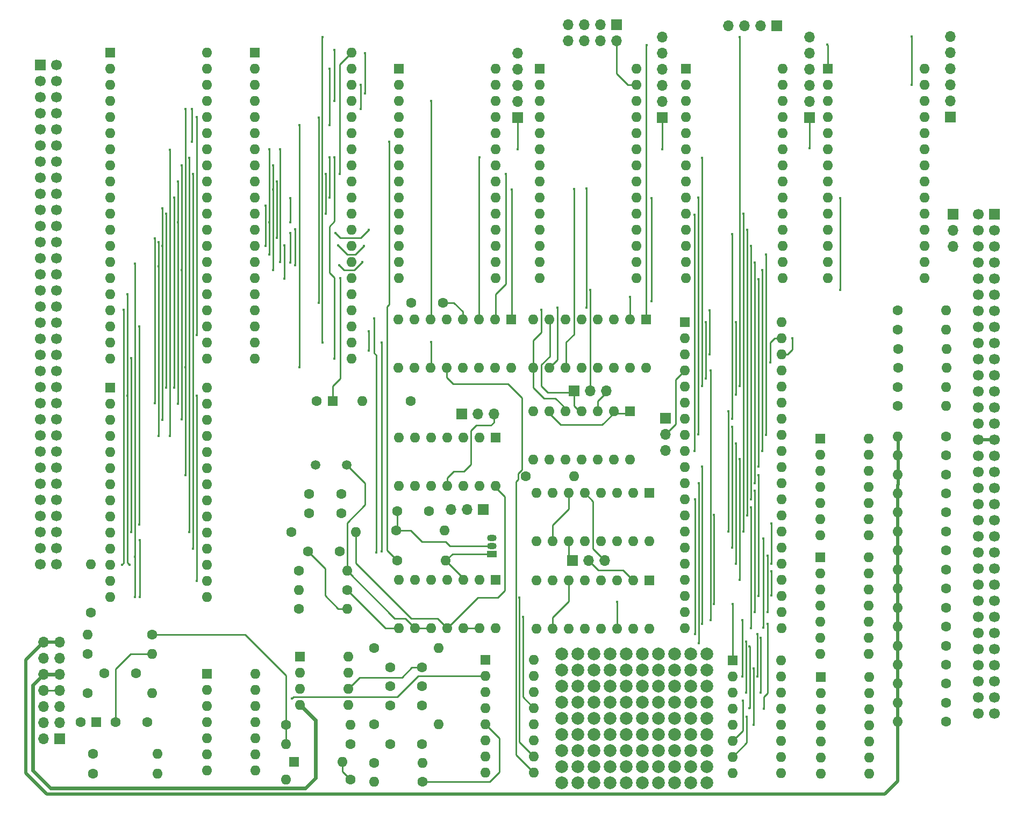
<source format=gbr>
G04 #@! TF.GenerationSoftware,KiCad,Pcbnew,7.0.7*
G04 #@! TF.CreationDate,2023-10-18T15:04:20+01:00*
G04 #@! TF.ProjectId,CA80,43413830-2e6b-4696-9361-645f70636258,V1.0*
G04 #@! TF.SameCoordinates,Original*
G04 #@! TF.FileFunction,Copper,L4,Bot*
G04 #@! TF.FilePolarity,Positive*
%FSLAX46Y46*%
G04 Gerber Fmt 4.6, Leading zero omitted, Abs format (unit mm)*
G04 Created by KiCad (PCBNEW 7.0.7) date 2023-10-18 15:04:20*
%MOMM*%
%LPD*%
G01*
G04 APERTURE LIST*
G04 #@! TA.AperFunction,ComponentPad*
%ADD10R,1.600000X1.600000*%
G04 #@! TD*
G04 #@! TA.AperFunction,ComponentPad*
%ADD11O,1.600000X1.600000*%
G04 #@! TD*
G04 #@! TA.AperFunction,ComponentPad*
%ADD12C,1.600000*%
G04 #@! TD*
G04 #@! TA.AperFunction,ComponentPad*
%ADD13C,1.500000*%
G04 #@! TD*
G04 #@! TA.AperFunction,ComponentPad*
%ADD14R,1.700000X1.700000*%
G04 #@! TD*
G04 #@! TA.AperFunction,ComponentPad*
%ADD15C,1.700000*%
G04 #@! TD*
G04 #@! TA.AperFunction,ComponentPad*
%ADD16R,1.500000X1.050000*%
G04 #@! TD*
G04 #@! TA.AperFunction,ComponentPad*
%ADD17O,1.500000X1.050000*%
G04 #@! TD*
G04 #@! TA.AperFunction,ComponentPad*
%ADD18O,1.700000X1.700000*%
G04 #@! TD*
G04 #@! TA.AperFunction,ViaPad*
%ADD19C,2.000000*%
G04 #@! TD*
G04 #@! TA.AperFunction,ViaPad*
%ADD20C,0.450000*%
G04 #@! TD*
G04 #@! TA.AperFunction,ViaPad*
%ADD21C,0.400000*%
G04 #@! TD*
G04 #@! TA.AperFunction,Conductor*
%ADD22C,0.250000*%
G04 #@! TD*
G04 #@! TA.AperFunction,Conductor*
%ADD23C,1.000000*%
G04 #@! TD*
G04 #@! TA.AperFunction,Conductor*
%ADD24C,0.500000*%
G04 #@! TD*
G04 #@! TA.AperFunction,Conductor*
%ADD25C,0.600000*%
G04 #@! TD*
G04 APERTURE END LIST*
D10*
X78440000Y75620000D03*
D11*
X75900000Y75620000D03*
X73360000Y75620000D03*
X70820000Y75620000D03*
X68280000Y75620000D03*
X65740000Y75620000D03*
X63200000Y75620000D03*
X60660000Y75620000D03*
X60660000Y68000000D03*
X63200000Y68000000D03*
X65740000Y68000000D03*
X68280000Y68000000D03*
X70820000Y68000000D03*
X73360000Y68000000D03*
X75900000Y68000000D03*
X78440000Y68000000D03*
D10*
X15250000Y117680000D03*
D11*
X15250000Y115140000D03*
X15250000Y112600000D03*
X15250000Y110060000D03*
X15250000Y107520000D03*
X15250000Y104980000D03*
X15250000Y102440000D03*
X15250000Y99900000D03*
X15250000Y97360000D03*
X15250000Y94820000D03*
X15250000Y92280000D03*
X15250000Y89740000D03*
X15250000Y87200000D03*
X15250000Y84660000D03*
X15250000Y82120000D03*
X15250000Y79580000D03*
X15250000Y77040000D03*
X15250000Y74500000D03*
X15250000Y71960000D03*
X15250000Y69420000D03*
X30490000Y69420000D03*
X30490000Y71960000D03*
X30490000Y74500000D03*
X30490000Y77040000D03*
X30490000Y79580000D03*
X30490000Y82120000D03*
X30490000Y84660000D03*
X30490000Y87200000D03*
X30490000Y89740000D03*
X30490000Y92280000D03*
X30490000Y94820000D03*
X30490000Y97360000D03*
X30490000Y99900000D03*
X30490000Y102440000D03*
X30490000Y104980000D03*
X30490000Y107520000D03*
X30490000Y110060000D03*
X30490000Y112600000D03*
X30490000Y115140000D03*
X30490000Y117680000D03*
D10*
X50305112Y62800000D03*
D12*
X47805112Y62800000D03*
D10*
X128325000Y115150000D03*
D11*
X128325000Y112610000D03*
X128325000Y110070000D03*
X128325000Y107530000D03*
X128325000Y104990000D03*
X128325000Y102450000D03*
X128325000Y99910000D03*
X128325000Y97370000D03*
X128325000Y94830000D03*
X128325000Y92290000D03*
X128325000Y89750000D03*
X128325000Y87210000D03*
X128325000Y84670000D03*
X128325000Y82130000D03*
X143565000Y82130000D03*
X143565000Y84670000D03*
X143565000Y87210000D03*
X143565000Y89750000D03*
X143565000Y92290000D03*
X143565000Y94830000D03*
X143565000Y97370000D03*
X143565000Y99910000D03*
X143565000Y102450000D03*
X143565000Y104990000D03*
X143565000Y107530000D03*
X143565000Y110070000D03*
X143565000Y112610000D03*
X143565000Y115150000D03*
D10*
X99690000Y75620000D03*
D11*
X97150000Y75620000D03*
X94610000Y75620000D03*
X92070000Y75620000D03*
X89530000Y75620000D03*
X86990000Y75620000D03*
X84450000Y75620000D03*
X81910000Y75620000D03*
X81910000Y68000000D03*
X84450000Y68000000D03*
X86990000Y68000000D03*
X89530000Y68000000D03*
X92070000Y68000000D03*
X94610000Y68000000D03*
X97150000Y68000000D03*
X99690000Y68000000D03*
D10*
X60700000Y115145000D03*
D11*
X60700000Y112605000D03*
X60700000Y110065000D03*
X60700000Y107525000D03*
X60700000Y104985000D03*
X60700000Y102445000D03*
X60700000Y99905000D03*
X60700000Y97365000D03*
X60700000Y94825000D03*
X60700000Y92285000D03*
X60700000Y89745000D03*
X60700000Y87205000D03*
X60700000Y84665000D03*
X60700000Y82125000D03*
X75940000Y82125000D03*
X75940000Y84665000D03*
X75940000Y87205000D03*
X75940000Y89745000D03*
X75940000Y92285000D03*
X75940000Y94825000D03*
X75940000Y97365000D03*
X75940000Y99905000D03*
X75940000Y102445000D03*
X75940000Y104985000D03*
X75940000Y107525000D03*
X75940000Y110065000D03*
X75940000Y112605000D03*
X75940000Y115145000D03*
D12*
X62610000Y62800000D03*
D11*
X54990000Y62800000D03*
D10*
X38000000Y117680000D03*
D11*
X38000000Y115140000D03*
X38000000Y112600000D03*
X38000000Y110060000D03*
X38000000Y107520000D03*
X38000000Y104980000D03*
X38000000Y102440000D03*
X38000000Y99900000D03*
X38000000Y97360000D03*
X38000000Y94820000D03*
X38000000Y92280000D03*
X38000000Y89740000D03*
X38000000Y87200000D03*
X38000000Y84660000D03*
X38000000Y82120000D03*
X38000000Y79580000D03*
X38000000Y77040000D03*
X38000000Y74500000D03*
X38000000Y71960000D03*
X38000000Y69420000D03*
X53240000Y69420000D03*
X53240000Y71960000D03*
X53240000Y74500000D03*
X53240000Y77040000D03*
X53240000Y79580000D03*
X53240000Y82120000D03*
X53240000Y84660000D03*
X53240000Y87200000D03*
X53240000Y89740000D03*
X53240000Y92280000D03*
X53240000Y94820000D03*
X53240000Y97360000D03*
X53240000Y99900000D03*
X53240000Y102440000D03*
X53240000Y104980000D03*
X53240000Y107520000D03*
X53240000Y110060000D03*
X53240000Y112600000D03*
X53240000Y115140000D03*
X53240000Y117680000D03*
D10*
X105750000Y75230000D03*
D11*
X105750000Y72690000D03*
X105750000Y70150000D03*
X105750000Y67610000D03*
X105750000Y65070000D03*
X105750000Y62530000D03*
X105750000Y59990000D03*
X105750000Y57450000D03*
X105750000Y54910000D03*
X105750000Y52370000D03*
X105750000Y49830000D03*
X105750000Y47290000D03*
X105750000Y44750000D03*
X105750000Y42210000D03*
X105750000Y39670000D03*
X105750000Y37130000D03*
X105750000Y34590000D03*
X105750000Y32050000D03*
X105750000Y29510000D03*
X105750000Y26970000D03*
X120990000Y26970000D03*
X120990000Y29510000D03*
X120990000Y32050000D03*
X120990000Y34590000D03*
X120990000Y37130000D03*
X120990000Y39670000D03*
X120990000Y42210000D03*
X120990000Y44750000D03*
X120990000Y47290000D03*
X120990000Y49830000D03*
X120990000Y52370000D03*
X120990000Y54910000D03*
X120990000Y57450000D03*
X120990000Y59990000D03*
X120990000Y62530000D03*
X120990000Y65070000D03*
X120990000Y67610000D03*
X120990000Y70150000D03*
X120990000Y72690000D03*
X120990000Y75230000D03*
D10*
X82950000Y115145000D03*
D11*
X82950000Y112605000D03*
X82950000Y110065000D03*
X82950000Y107525000D03*
X82950000Y104985000D03*
X82950000Y102445000D03*
X82950000Y99905000D03*
X82950000Y97365000D03*
X82950000Y94825000D03*
X82950000Y92285000D03*
X82950000Y89745000D03*
X82950000Y87205000D03*
X82950000Y84665000D03*
X82950000Y82125000D03*
X98190000Y82125000D03*
X98190000Y84665000D03*
X98190000Y87205000D03*
X98190000Y89745000D03*
X98190000Y92285000D03*
X98190000Y94825000D03*
X98190000Y97365000D03*
X98190000Y99905000D03*
X98190000Y102445000D03*
X98190000Y104985000D03*
X98190000Y107525000D03*
X98190000Y110065000D03*
X98190000Y112605000D03*
X98190000Y115145000D03*
D10*
X75940000Y57000000D03*
D11*
X73400000Y57000000D03*
X70860000Y57000000D03*
X68320000Y57000000D03*
X65780000Y57000000D03*
X63240000Y57000000D03*
X60700000Y57000000D03*
X60700000Y49380000D03*
X63240000Y49380000D03*
X65780000Y49380000D03*
X68320000Y49380000D03*
X70860000Y49380000D03*
X73400000Y49380000D03*
X75940000Y49380000D03*
D10*
X105950000Y115150000D03*
D11*
X105950000Y112610000D03*
X105950000Y110070000D03*
X105950000Y107530000D03*
X105950000Y104990000D03*
X105950000Y102450000D03*
X105950000Y99910000D03*
X105950000Y97370000D03*
X105950000Y94830000D03*
X105950000Y92290000D03*
X105950000Y89750000D03*
X105950000Y87210000D03*
X105950000Y84670000D03*
X105950000Y82130000D03*
X121190000Y82130000D03*
X121190000Y84670000D03*
X121190000Y87210000D03*
X121190000Y89750000D03*
X121190000Y92290000D03*
X121190000Y94830000D03*
X121190000Y97370000D03*
X121190000Y99910000D03*
X121190000Y102450000D03*
X121190000Y104990000D03*
X121190000Y107530000D03*
X121190000Y110070000D03*
X121190000Y112610000D03*
X121190000Y115150000D03*
D10*
X75940000Y34600000D03*
D11*
X73400000Y34600000D03*
X70860000Y34600000D03*
X68320000Y34600000D03*
X65780000Y34600000D03*
X63240000Y34600000D03*
X60700000Y34600000D03*
X60700000Y26980000D03*
X63240000Y26980000D03*
X65780000Y26980000D03*
X68320000Y26980000D03*
X70860000Y26980000D03*
X73400000Y26980000D03*
X75940000Y26980000D03*
D10*
X15250000Y64910000D03*
D11*
X15250000Y62370000D03*
X15250000Y59830000D03*
X15250000Y57290000D03*
X15250000Y54750000D03*
X15250000Y52210000D03*
X15250000Y49670000D03*
X15250000Y47130000D03*
X15250000Y44590000D03*
X15250000Y42050000D03*
X15250000Y39510000D03*
X15250000Y36970000D03*
X15250000Y34430000D03*
X15250000Y31890000D03*
X30490000Y31890000D03*
X30490000Y34430000D03*
X30490000Y36970000D03*
X30490000Y39510000D03*
X30490000Y42050000D03*
X30490000Y44590000D03*
X30490000Y47130000D03*
X30490000Y49670000D03*
X30490000Y52210000D03*
X30490000Y54750000D03*
X30490000Y57290000D03*
X30490000Y59830000D03*
X30490000Y62370000D03*
X30490000Y64910000D03*
D13*
X52480000Y52700000D03*
X47600000Y52700000D03*
D14*
X4250000Y115750000D03*
D15*
X4250000Y113210000D03*
X4250000Y110670000D03*
X4250000Y108130000D03*
X4250000Y105590000D03*
X4250000Y103050000D03*
X4250000Y100510000D03*
X4250000Y97970000D03*
X4250000Y95430000D03*
X4250000Y92890000D03*
X4250000Y90350000D03*
X4250000Y87810000D03*
X4250000Y85270000D03*
X4250000Y82730000D03*
X4250000Y80190000D03*
X4250000Y77650000D03*
X4250000Y75110000D03*
X4250000Y72570000D03*
X4250000Y70030000D03*
X4250000Y67490000D03*
X4250000Y64950000D03*
X4250000Y62410000D03*
X4250000Y59870000D03*
X4250000Y57330000D03*
X4250000Y54790000D03*
X4250000Y52250000D03*
X4250000Y49710000D03*
X4250000Y47170000D03*
X4250000Y44630000D03*
X4250000Y42090000D03*
X4250000Y39550000D03*
X4250000Y37010000D03*
X6790000Y115750000D03*
X6790000Y113210000D03*
X6790000Y110670000D03*
X6790000Y108130000D03*
X6790000Y105590000D03*
X6790000Y103050000D03*
X6790000Y100510000D03*
X6790000Y97970000D03*
X6790000Y95430000D03*
X6790000Y92890000D03*
X6790000Y90350000D03*
X6790000Y87810000D03*
X6790000Y85270000D03*
X6790000Y82730000D03*
X6790000Y80190000D03*
X6790000Y77650000D03*
X6790000Y75110000D03*
X6790000Y72570000D03*
X6790000Y70030000D03*
X6790000Y67490000D03*
X6790000Y64950000D03*
X6790000Y62410000D03*
X6790000Y59870000D03*
X6790000Y57330000D03*
X6790000Y54790000D03*
X6790000Y52250000D03*
X6790000Y49710000D03*
X6790000Y47170000D03*
X6790000Y44630000D03*
X6790000Y42090000D03*
X6790000Y39550000D03*
X6790000Y37010000D03*
D16*
X75400000Y38660000D03*
D17*
X75400000Y39930000D03*
X75400000Y41200000D03*
D12*
X60500000Y45400000D03*
X65500000Y45400000D03*
X67700000Y78300000D03*
X62700000Y78300000D03*
X60290000Y42400000D03*
D11*
X67910000Y42400000D03*
D12*
X60490000Y37600000D03*
D11*
X68110000Y37600000D03*
D12*
X56800000Y5700000D03*
D11*
X64420000Y5700000D03*
D12*
X64420000Y2700000D03*
D11*
X56800000Y2700000D03*
D10*
X74380000Y21950000D03*
D11*
X74380000Y19410000D03*
X74380000Y16870000D03*
X74380000Y14330000D03*
X74380000Y11790000D03*
X74380000Y9250000D03*
X74380000Y6710000D03*
X74380000Y4170000D03*
X82000000Y4170000D03*
X82000000Y6710000D03*
X82000000Y9250000D03*
X82000000Y11790000D03*
X82000000Y14330000D03*
X82000000Y16870000D03*
X82000000Y19410000D03*
X82000000Y21950000D03*
D10*
X97140000Y61200000D03*
D11*
X94600000Y61200000D03*
X92060000Y61200000D03*
X89520000Y61200000D03*
X86980000Y61200000D03*
X84440000Y61200000D03*
X81900000Y61200000D03*
X81900000Y53580000D03*
X84440000Y53580000D03*
X86980000Y53580000D03*
X89520000Y53580000D03*
X92060000Y53580000D03*
X94600000Y53580000D03*
X97140000Y53580000D03*
D10*
X100180000Y48250000D03*
D11*
X97640000Y48250000D03*
X95100000Y48250000D03*
X92560000Y48250000D03*
X90020000Y48250000D03*
X87480000Y48250000D03*
X84940000Y48250000D03*
X82400000Y48250000D03*
X82400000Y40630000D03*
X84940000Y40630000D03*
X87480000Y40630000D03*
X90020000Y40630000D03*
X92560000Y40630000D03*
X95100000Y40630000D03*
X97640000Y40630000D03*
X100180000Y40630000D03*
D10*
X100200000Y34500000D03*
D11*
X97660000Y34500000D03*
X95120000Y34500000D03*
X92580000Y34500000D03*
X90040000Y34500000D03*
X87500000Y34500000D03*
X84960000Y34500000D03*
X82420000Y34500000D03*
X82420000Y26880000D03*
X84960000Y26880000D03*
X87500000Y26880000D03*
X90040000Y26880000D03*
X92580000Y26880000D03*
X95120000Y26880000D03*
X97660000Y26880000D03*
X100200000Y26880000D03*
D10*
X45180000Y22500000D03*
D11*
X45180000Y19960000D03*
X45180000Y17420000D03*
X45180000Y14880000D03*
X52800000Y14880000D03*
X52800000Y17420000D03*
X52800000Y19960000D03*
X52800000Y22500000D03*
D12*
X44970000Y36000000D03*
D11*
X52590000Y36000000D03*
D12*
X52590000Y33000000D03*
D11*
X44970000Y33000000D03*
D12*
X44970000Y30000000D03*
D11*
X52590000Y30000000D03*
D12*
X80690000Y50900000D03*
D11*
X88310000Y50900000D03*
D14*
X74000000Y45700000D03*
D18*
X71460000Y45700000D03*
X68920000Y45700000D03*
D14*
X70620000Y60700000D03*
D18*
X73160000Y60700000D03*
X75700000Y60700000D03*
D14*
X88100000Y37600000D03*
D18*
X90640000Y37600000D03*
X93180000Y37600000D03*
D12*
X51630000Y48100000D03*
X46630000Y48100000D03*
X51380000Y39100000D03*
X46380000Y39100000D03*
D14*
X102200000Y107500000D03*
D18*
X102200000Y110040000D03*
X102200000Y112580000D03*
X102200000Y115120000D03*
X102200000Y117660000D03*
X102200000Y120200000D03*
D14*
X147600000Y107550000D03*
D18*
X147600000Y110090000D03*
X147600000Y112630000D03*
X147600000Y115170000D03*
X147600000Y117710000D03*
X147600000Y120250000D03*
D14*
X154550000Y92250000D03*
D15*
X154550000Y89710000D03*
X154550000Y87170000D03*
X154550000Y84630000D03*
X154550000Y82090000D03*
X154550000Y79550000D03*
X154550000Y77010000D03*
X154550000Y74470000D03*
X154550000Y71930000D03*
X154550000Y69390000D03*
X154550000Y66850000D03*
X154550000Y64310000D03*
X154550000Y61770000D03*
X154550000Y59230000D03*
X154550000Y56690000D03*
X154550000Y54150000D03*
X154550000Y51610000D03*
X154550000Y49070000D03*
X154550000Y46530000D03*
X154550000Y43990000D03*
X154550000Y41450000D03*
X154550000Y38910000D03*
X154550000Y36370000D03*
X154550000Y33830000D03*
X154550000Y31290000D03*
X154550000Y28750000D03*
X154550000Y26210000D03*
X154550000Y23670000D03*
X154550000Y21130000D03*
X154550000Y18590000D03*
X154550000Y16050000D03*
X154550000Y13510000D03*
X152010000Y92250000D03*
X152010000Y89710000D03*
X152010000Y87170000D03*
X152010000Y84630000D03*
X152010000Y82090000D03*
X152010000Y79550000D03*
X152010000Y77010000D03*
X152010000Y74470000D03*
X152010000Y71930000D03*
X152010000Y69390000D03*
X152010000Y66850000D03*
X152010000Y64310000D03*
X152010000Y61770000D03*
X152010000Y59230000D03*
X152010000Y56690000D03*
X152010000Y54150000D03*
X152010000Y51610000D03*
X152010000Y49070000D03*
X152010000Y46530000D03*
X152010000Y43990000D03*
X152010000Y41450000D03*
X152010000Y38910000D03*
X152010000Y36370000D03*
X152010000Y33830000D03*
X152010000Y31290000D03*
X152010000Y28750000D03*
X152010000Y26210000D03*
X152010000Y23670000D03*
X152010000Y21130000D03*
X152010000Y18590000D03*
X152010000Y16050000D03*
X152010000Y13510000D03*
D12*
X19300000Y19800000D03*
X14300000Y19800000D03*
X16100000Y12100000D03*
X21100000Y12100000D03*
X59380000Y14800000D03*
X64380000Y14800000D03*
X11720000Y22900000D03*
D11*
X21880000Y22900000D03*
D12*
X11720000Y16700000D03*
D11*
X21880000Y16700000D03*
D12*
X12520000Y7100000D03*
D11*
X22680000Y7100000D03*
D12*
X12520000Y4000000D03*
D11*
X22680000Y4000000D03*
D12*
X56800000Y11800000D03*
D11*
X66960000Y11800000D03*
D12*
X64380000Y20800000D03*
X59380000Y20800000D03*
D14*
X7290000Y9510000D03*
D18*
X4750000Y9510000D03*
X7290000Y12050000D03*
X4750000Y12050000D03*
X7290000Y14590000D03*
X4750000Y14590000D03*
X7290000Y17130000D03*
X4750000Y17130000D03*
X7290000Y19670000D03*
X4750000Y19670000D03*
X7290000Y22210000D03*
X4750000Y22210000D03*
X7290000Y24750000D03*
X4750000Y24750000D03*
D12*
X12200000Y29390000D03*
D11*
X12200000Y37010000D03*
D12*
X53080000Y8700000D03*
D11*
X42920000Y8700000D03*
D12*
X53080000Y3100000D03*
D11*
X42920000Y3100000D03*
D12*
X21880000Y25900000D03*
D11*
X11720000Y25900000D03*
D10*
X127200000Y19240000D03*
D11*
X127200000Y16700000D03*
X127200000Y14160000D03*
X127200000Y11620000D03*
X127200000Y9080000D03*
X127200000Y6540000D03*
X127200000Y4000000D03*
X134820000Y4000000D03*
X134820000Y6540000D03*
X134820000Y9080000D03*
X134820000Y11620000D03*
X134820000Y14160000D03*
X134820000Y16700000D03*
X134820000Y19240000D03*
D14*
X102700000Y60040000D03*
D18*
X102700000Y57500000D03*
X102700000Y54960000D03*
D12*
X139340000Y77050000D03*
D11*
X146960000Y77050000D03*
D12*
X139340000Y74000000D03*
D11*
X146960000Y74000000D03*
D12*
X139350000Y71000000D03*
D11*
X146970000Y71000000D03*
D12*
X139350000Y68000000D03*
D11*
X146970000Y68000000D03*
D12*
X139340000Y65000000D03*
D11*
X146960000Y65000000D03*
D12*
X146920000Y51200000D03*
D11*
X139300000Y51200000D03*
D12*
X146910000Y45200000D03*
D11*
X139290000Y45200000D03*
D12*
X146910000Y42200000D03*
D11*
X139290000Y42200000D03*
D12*
X146910000Y39200000D03*
D11*
X139290000Y39200000D03*
D12*
X146910000Y36200000D03*
D11*
X139290000Y36200000D03*
D12*
X146910000Y33200000D03*
D11*
X139290000Y33200000D03*
D12*
X146910000Y30200000D03*
D11*
X139290000Y30200000D03*
D12*
X146910000Y27200000D03*
D11*
X139290000Y27200000D03*
D12*
X146910000Y24200000D03*
D11*
X139290000Y24200000D03*
D12*
X146910000Y21200000D03*
D11*
X139290000Y21200000D03*
D12*
X146910000Y18200000D03*
D11*
X139290000Y18200000D03*
D12*
X146910000Y15200000D03*
D11*
X139290000Y15200000D03*
D12*
X146910000Y12200000D03*
D11*
X139290000Y12200000D03*
D10*
X44190000Y5900000D03*
D11*
X51810000Y5900000D03*
D12*
X42920000Y11700000D03*
D11*
X53080000Y11700000D03*
D12*
X56800000Y23800000D03*
D11*
X66960000Y23800000D03*
D12*
X139340000Y62000000D03*
D11*
X146960000Y62000000D03*
D10*
X30500000Y19725000D03*
D11*
X30500000Y17185000D03*
X30500000Y14645000D03*
X30500000Y12105000D03*
X30500000Y9565000D03*
X30500000Y7025000D03*
X30500000Y4485000D03*
X38120000Y4485000D03*
X38120000Y7025000D03*
X38120000Y9565000D03*
X38120000Y12105000D03*
X38120000Y14645000D03*
X38120000Y17185000D03*
X38120000Y19725000D03*
D14*
X88320000Y64400000D03*
D18*
X90860000Y64400000D03*
X93400000Y64400000D03*
D14*
X79400000Y107480000D03*
D18*
X79400000Y110020000D03*
X79400000Y112560000D03*
X79400000Y115100000D03*
X79400000Y117640000D03*
D10*
X127100000Y38125000D03*
D11*
X127100000Y35585000D03*
X127100000Y33045000D03*
X127100000Y30505000D03*
X127100000Y27965000D03*
X127100000Y25425000D03*
X127100000Y22885000D03*
X134720000Y22885000D03*
X134720000Y25425000D03*
X134720000Y27965000D03*
X134720000Y30505000D03*
X134720000Y33045000D03*
X134720000Y35585000D03*
X134720000Y38125000D03*
D10*
X127100000Y56800000D03*
D11*
X127100000Y54260000D03*
X127100000Y51720000D03*
X127100000Y49180000D03*
X127100000Y46640000D03*
X127100000Y44100000D03*
X127100000Y41560000D03*
X134720000Y41560000D03*
X134720000Y44100000D03*
X134720000Y46640000D03*
X134720000Y49180000D03*
X134720000Y51720000D03*
X134720000Y54260000D03*
X134720000Y56800000D03*
D12*
X146910000Y48200000D03*
D11*
X139290000Y48200000D03*
D12*
X146920000Y54200000D03*
D11*
X139300000Y54200000D03*
D12*
X146920000Y57200000D03*
D11*
X139300000Y57200000D03*
D10*
X113280000Y21900000D03*
D11*
X113280000Y19360000D03*
X113280000Y16820000D03*
X113280000Y14280000D03*
X113280000Y11740000D03*
X113280000Y9200000D03*
X113280000Y6660000D03*
X113280000Y4120000D03*
X120900000Y4120000D03*
X120900000Y6660000D03*
X120900000Y9200000D03*
X120900000Y11740000D03*
X120900000Y14280000D03*
X120900000Y16820000D03*
X120900000Y19360000D03*
X120900000Y21900000D03*
D14*
X120230000Y121950000D03*
D18*
X117690000Y121950000D03*
X115150000Y121950000D03*
X112610000Y121950000D03*
D14*
X125400000Y107500000D03*
D18*
X125400000Y110040000D03*
X125400000Y112580000D03*
X125400000Y115120000D03*
X125400000Y117660000D03*
X125400000Y120200000D03*
D12*
X59380000Y8700000D03*
X64380000Y8700000D03*
X43800000Y42100000D03*
D11*
X53960000Y42100000D03*
D14*
X95020000Y122100000D03*
D18*
X95020000Y119560000D03*
X92480000Y122100000D03*
X92480000Y119560000D03*
X89940000Y122100000D03*
X89940000Y119560000D03*
X87400000Y122100000D03*
X87400000Y119560000D03*
D14*
X148000000Y92240000D03*
D18*
X148000000Y89700000D03*
X148000000Y87160000D03*
D10*
X13100000Y12100000D03*
D12*
X10600000Y12100000D03*
X64380000Y17800000D03*
X59380000Y17800000D03*
X51630000Y45100000D03*
X46630000Y45100000D03*
D19*
X106680000Y17780000D03*
X93980000Y17780000D03*
X106680000Y7620000D03*
X104140000Y15240000D03*
X93980000Y10160000D03*
X86360000Y15240000D03*
X99060000Y22860000D03*
X101600000Y20320000D03*
X91440000Y12700000D03*
X109220000Y17780000D03*
X96520000Y7620000D03*
X101600000Y15240000D03*
X91440000Y10160000D03*
X99060000Y12700000D03*
X86360000Y10160000D03*
X88900000Y17780000D03*
X93980000Y22860000D03*
X91440000Y7620000D03*
X101600000Y2540000D03*
X88900000Y12700000D03*
X109220000Y10160000D03*
X88900000Y5080000D03*
X96520000Y10160000D03*
X99060000Y20320000D03*
X109220000Y5080000D03*
X93980000Y20320000D03*
X101600000Y7620000D03*
X91440000Y17780000D03*
X93980000Y12700000D03*
X88900000Y22860000D03*
X88900000Y10160000D03*
X91440000Y2540000D03*
X86360000Y20320000D03*
X88900000Y7620000D03*
X104140000Y22860000D03*
X86360000Y12700000D03*
X109220000Y7620000D03*
X101600000Y10160000D03*
X93980000Y15240000D03*
X104140000Y12700000D03*
X101600000Y17780000D03*
X96520000Y12700000D03*
X96520000Y15240000D03*
X106680000Y20320000D03*
X109220000Y22860000D03*
X99060000Y17780000D03*
X88900000Y15240000D03*
X88900000Y2540000D03*
X101600000Y5080000D03*
X109220000Y2540000D03*
X96520000Y17780000D03*
X104140000Y10160000D03*
X99060000Y15240000D03*
X106680000Y10160000D03*
X104140000Y2540000D03*
X106680000Y22860000D03*
X88900000Y20320000D03*
X104140000Y5080000D03*
X101600000Y22860000D03*
X96520000Y5080000D03*
X93980000Y5080000D03*
X109220000Y20320000D03*
X93980000Y2540000D03*
X104140000Y17780000D03*
X109220000Y12700000D03*
X106680000Y12700000D03*
X99060000Y7620000D03*
X91440000Y22860000D03*
X101600000Y12700000D03*
X99060000Y5080000D03*
X96520000Y22860000D03*
X109220000Y15240000D03*
X91440000Y5080000D03*
X104140000Y20320000D03*
X106680000Y5080000D03*
X96520000Y20320000D03*
X91440000Y15240000D03*
X96520000Y2540000D03*
X99060000Y2540000D03*
X86360000Y5080000D03*
X86360000Y22860000D03*
X106680000Y15240000D03*
X91440000Y20320000D03*
X104140000Y7620000D03*
X86360000Y2540000D03*
X106680000Y2540000D03*
X99060000Y10160000D03*
X93980000Y7620000D03*
X86360000Y7620000D03*
X86360000Y17780000D03*
D20*
X99740000Y118900000D03*
X50600000Y118100000D03*
X50600000Y110060000D03*
X128250000Y118950000D03*
X48100500Y107500000D03*
X97100000Y79200000D03*
X48100500Y78300000D03*
X24100000Y64900000D03*
X116800000Y49830000D03*
X24100000Y92280000D03*
X40300000Y85900000D03*
X40300000Y91000000D03*
X40300000Y102500000D03*
X116800000Y84650000D03*
X40900000Y96150000D03*
X40900000Y83400000D03*
X25300000Y64910000D03*
X117400000Y82005000D03*
X117400000Y52400000D03*
X40900000Y99900000D03*
X25300000Y94820000D03*
X22300000Y88400000D03*
X116200000Y47300000D03*
X22300000Y62400000D03*
X41500000Y88500000D03*
X116200000Y87210000D03*
X41500000Y97360000D03*
X23500000Y59800000D03*
X23500000Y87200000D03*
X115600000Y89800000D03*
X43600000Y91000000D03*
X115600000Y44750000D03*
X23500000Y93150000D03*
X43600000Y94800000D03*
X28300000Y98600000D03*
X49200000Y98600000D03*
X28300000Y39500000D03*
X49200000Y92300000D03*
X107300000Y92165000D03*
X107300000Y54900000D03*
X49800000Y101200000D03*
X27700000Y42100000D03*
X49800000Y94820000D03*
X107900000Y94830000D03*
X107900000Y57500000D03*
X27700000Y101150000D03*
X25900000Y97360000D03*
X55000000Y84665000D03*
X44400000Y84200000D03*
X25900000Y91000000D03*
X118000000Y54900000D03*
X25900000Y62350000D03*
X51300000Y84200000D03*
X118000000Y83400000D03*
X44400000Y89850000D03*
X78500000Y96100000D03*
X115000000Y42200000D03*
X22900000Y57300000D03*
X39700000Y93600000D03*
X22900000Y84000000D03*
X115000000Y92290000D03*
X39700000Y87200000D03*
X22900000Y87800000D03*
X77550000Y98550000D03*
X50700000Y89300000D03*
X113200000Y89100000D03*
X42050000Y102500000D03*
X24700000Y102400000D03*
X113200000Y60000000D03*
X43650000Y89300000D03*
X24700000Y57300000D03*
X43650000Y84600000D03*
X42050000Y84660000D03*
X56000000Y89745000D03*
X73400000Y101200000D03*
X118600000Y57450000D03*
X26500000Y59850000D03*
X118600000Y85900000D03*
X42700000Y87300000D03*
X26500000Y99900000D03*
X42700000Y82100000D03*
X26500000Y83400000D03*
X51200000Y87300000D03*
X55200000Y87200000D03*
X28150000Y108800000D03*
X28150000Y103700000D03*
X65800000Y110065000D03*
X54700000Y112600000D03*
X54700000Y108800000D03*
X49800000Y106300000D03*
X49800000Y115140000D03*
X51450000Y98600000D03*
X18000000Y63600000D03*
D21*
X51500000Y82120000D03*
D20*
X18000000Y79600000D03*
X18330000Y36970000D03*
X18600000Y42100000D03*
D21*
X56000000Y70700000D03*
D20*
X18600000Y69500000D03*
D21*
X56000000Y73800000D03*
D20*
X45050000Y68100000D03*
X45050000Y106300000D03*
X83200000Y77200000D03*
X100500000Y94800000D03*
X100500000Y78500000D03*
X85700000Y77500000D03*
X90310500Y77500000D03*
X90250000Y96275000D03*
X88300000Y96225000D03*
X90849500Y80300000D03*
X130200000Y94800000D03*
X130200000Y80300000D03*
X65800000Y72100000D03*
X17100000Y36970000D03*
X17400000Y77150000D03*
X19200000Y84400000D03*
X19200000Y38200000D03*
X19200000Y31900000D03*
X28900000Y34400000D03*
X28900000Y63600000D03*
X141500000Y120220000D03*
X48700000Y120200000D03*
X58000000Y71960000D03*
X28900000Y73200000D03*
X114400000Y120200000D03*
X114400000Y65100000D03*
X28900000Y107520000D03*
X141500000Y112600000D03*
X48700000Y71960000D03*
X58000000Y39100000D03*
X27150500Y68100000D03*
X108500000Y101150000D03*
X27150000Y108800000D03*
X50600000Y101200000D03*
X50550000Y69450000D03*
X108500000Y65100000D03*
X27150500Y51100000D03*
D21*
X59200000Y103700000D03*
D20*
X56800000Y75800000D03*
X57200000Y38900000D03*
X19800000Y43300000D03*
X95120000Y31100000D03*
X19800000Y74500000D03*
X19900000Y31900000D03*
X19900000Y40800000D03*
X79400000Y102450000D03*
X55400000Y111300000D03*
X55400000Y117600000D03*
D21*
X102200000Y102500000D03*
D20*
X125400000Y102650000D03*
X113800000Y75230000D03*
X113800000Y63800000D03*
D21*
X119200000Y68900000D03*
D20*
X122700000Y72700000D03*
D21*
X109700000Y77100000D03*
X109700000Y70150000D03*
D20*
X116200000Y26970000D03*
X116200000Y46000000D03*
X116800000Y48600000D03*
X116800000Y29500000D03*
X117400000Y32050000D03*
X117400000Y51100000D03*
X119400000Y37100000D03*
X119400000Y43500000D03*
X119400000Y32100000D03*
X119400000Y35900000D03*
X118850500Y29500000D03*
X118850500Y38400000D03*
X118100000Y27000000D03*
X118100000Y41100000D03*
X114400000Y34600000D03*
X114400000Y53600000D03*
X113800000Y37100000D03*
X113800000Y56100000D03*
X113200000Y39670000D03*
X113200000Y58700000D03*
X112600000Y61200000D03*
X112600000Y42200000D03*
X109100000Y75200000D03*
X109100000Y66300000D03*
X109800000Y28200000D03*
D21*
X80249000Y28700000D03*
D20*
X109800000Y67600000D03*
D21*
X110324500Y30800000D03*
X110324500Y44800000D03*
X79724500Y31800000D03*
X107400000Y26000000D03*
X117200000Y26000000D03*
X117200000Y19360000D03*
D20*
X107400000Y47300000D03*
D21*
X117700000Y16820000D03*
X107950000Y24600000D03*
D20*
X107950000Y49800000D03*
D21*
X117725000Y25400000D03*
X118200000Y14280000D03*
X118800000Y27600000D03*
D20*
X108500000Y52400000D03*
D21*
X108500000Y27600000D03*
X43900000Y15900000D03*
D20*
X115500000Y13000000D03*
X114900000Y15500000D03*
X116600000Y20600000D03*
X116600000Y11740000D03*
X115949500Y14300000D03*
X115949500Y24100000D03*
X115400000Y24800000D03*
X115400000Y16800000D03*
X114800000Y28200000D03*
X114800000Y19360000D03*
X113300000Y30800000D03*
D22*
X99740000Y118900000D02*
X99690000Y118850000D01*
X128325000Y118875000D02*
X128325000Y115150000D01*
X99690000Y118850000D02*
X99690000Y75620000D01*
X50600000Y118100000D02*
X50600000Y110060000D01*
X128250000Y118950000D02*
X128325000Y118875000D01*
X48100500Y78300000D02*
X48100500Y107500000D01*
X97150000Y79150000D02*
X97150000Y75620000D01*
X97100000Y79200000D02*
X97150000Y79150000D01*
X116800000Y84650000D02*
X116800000Y49830000D01*
X24100000Y92280000D02*
X24100000Y64900000D01*
X40300000Y85900000D02*
X40300000Y102500000D01*
X25300000Y64910000D02*
X25300000Y94820000D01*
X40900000Y83400000D02*
X40900000Y99900000D01*
X117400000Y52400000D02*
X117400000Y82005000D01*
X41500000Y88500000D02*
X41500000Y97360000D01*
X116200000Y87210000D02*
X116200000Y47300000D01*
X22300000Y88400000D02*
X22300000Y62400000D01*
X23500000Y93150000D02*
X23500000Y87200000D01*
X43600000Y94800000D02*
X43600000Y91000000D01*
X23500000Y59800000D02*
X23500000Y87200000D01*
X115600000Y89800000D02*
X115600000Y44750000D01*
X28300000Y39500000D02*
X28300000Y98600000D01*
X49200000Y98600000D02*
X49200000Y92300000D01*
X107300000Y54900000D02*
X107300000Y92165000D01*
X49800000Y101200000D02*
X49800000Y94820000D01*
X107900000Y94830000D02*
X107900000Y57500000D01*
X27700000Y101150000D02*
X27700000Y42100000D01*
X44400000Y89850000D02*
X44400000Y84200000D01*
X55000000Y84665000D02*
X53735000Y83400000D01*
X25900000Y62350000D02*
X25900000Y97360000D01*
X118000000Y83400000D02*
X118000000Y54900000D01*
X52100000Y83400000D02*
X51300000Y84200000D01*
X53735000Y83400000D02*
X52100000Y83400000D01*
X78440000Y75620000D02*
X78490000Y75670000D01*
X78490000Y75670000D02*
X78490000Y96090000D01*
X78490000Y96090000D02*
X78500000Y96100000D01*
X39700000Y93600000D02*
X39700000Y87200000D01*
X22900000Y57300000D02*
X22900000Y84000000D01*
X115000000Y92290000D02*
X115000000Y42200000D01*
X22900000Y87800000D02*
X22900000Y84000000D01*
X75950000Y79650000D02*
X75950000Y75670000D01*
X75950000Y75670000D02*
X75900000Y75620000D01*
X77550000Y98550000D02*
X77550000Y81250000D01*
X77550000Y81250000D02*
X75950000Y79650000D01*
X50700000Y89300000D02*
X51500000Y88500000D01*
X24700000Y57300000D02*
X24700000Y102400000D01*
X51500000Y88500000D02*
X54755000Y88500000D01*
X54755000Y88500000D02*
X56000000Y89745000D01*
X43650000Y89300000D02*
X43650000Y84600000D01*
X42050000Y102500000D02*
X42050000Y84660000D01*
X113200000Y89100000D02*
X113200000Y60000000D01*
X73360000Y75620000D02*
X73360000Y101160000D01*
X73360000Y101160000D02*
X73400000Y101200000D01*
X51200000Y87300000D02*
X52600000Y85900000D01*
X26500000Y83400000D02*
X26500000Y59850000D01*
X118600000Y85900000D02*
X118600000Y57450000D01*
X52600000Y85900000D02*
X53900000Y85900000D01*
X42700000Y82100000D02*
X42700000Y87300000D01*
X26500000Y83400000D02*
X26500000Y99900000D01*
X53900000Y85900000D02*
X55200000Y87200000D01*
X28150000Y108800000D02*
X28150000Y103700000D01*
X65790000Y110055000D02*
X65800000Y110065000D01*
X65790000Y75670000D02*
X65790000Y110055000D01*
X65740000Y75620000D02*
X65790000Y75670000D01*
X54700000Y112600000D02*
X54700000Y108800000D01*
X49800000Y115140000D02*
X49800000Y106300000D01*
X53750000Y118000000D02*
X53750000Y118000000D01*
X51450000Y98600000D02*
X51450000Y115890000D01*
X51450000Y115890000D02*
X53240000Y117680000D01*
D23*
X127085000Y22900000D02*
X127100000Y22885000D01*
D22*
X50305112Y65105112D02*
X51500000Y66300000D01*
X18000000Y37300000D02*
X18000000Y63600000D01*
X51500000Y66300000D02*
X51500000Y82120000D01*
X18000000Y63600000D02*
X18000000Y79600000D01*
X18330000Y36970000D02*
X18000000Y37300000D01*
X50305112Y62800000D02*
X50305112Y65105112D01*
X56000000Y73800000D02*
X56000000Y70700000D01*
X69400000Y78300000D02*
X67700000Y78300000D01*
X18600000Y42100000D02*
X18600000Y69500000D01*
X70820000Y75620000D02*
X70820000Y76880000D01*
X70820000Y76880000D02*
X69400000Y78300000D01*
D24*
X151700000Y57000000D02*
X152010000Y56690000D01*
X154550000Y56690000D02*
X152010000Y56690000D01*
D22*
X45050000Y68100000D02*
X45050000Y106300000D01*
X81910000Y64890000D02*
X83600000Y63200000D01*
X81910000Y72310000D02*
X81910000Y64890000D01*
X83600000Y63200000D02*
X85400000Y63200000D01*
X83200000Y77200000D02*
X83200000Y73600000D01*
X100500000Y94800000D02*
X100500000Y78500000D01*
X86965000Y61635000D02*
X86965000Y60825000D01*
X83200000Y73600000D02*
X81910000Y72310000D01*
X85400000Y63200000D02*
X86965000Y61635000D01*
X90300000Y77510500D02*
X90310500Y77500000D01*
X90300000Y96350000D02*
X90300000Y77510500D01*
X85700000Y69250000D02*
X84450000Y68000000D01*
X85700000Y77500000D02*
X85700000Y69250000D01*
X86990000Y68000000D02*
X87040000Y68050000D01*
X88300000Y73300000D02*
X88300000Y96225000D01*
X87040000Y68050000D02*
X87040000Y72040000D01*
X87040000Y72040000D02*
X88300000Y73300000D01*
X90860000Y80289500D02*
X90860000Y64100000D01*
X90849500Y80300000D02*
X90860000Y80289500D01*
X130200000Y80300000D02*
X130200000Y94800000D01*
X65800000Y72100000D02*
X65790000Y72090000D01*
X65790000Y72090000D02*
X65790000Y68050000D01*
X65790000Y68050000D02*
X65740000Y68000000D01*
X17400000Y37270000D02*
X17100000Y36970000D01*
X17400000Y77150000D02*
X17400000Y37270000D01*
X19200000Y84400000D02*
X19200000Y31900000D01*
X76300000Y31800000D02*
X77400000Y32900000D01*
X77400000Y32900000D02*
X77400000Y47730000D01*
X73140000Y31800000D02*
X76300000Y31800000D01*
X68320000Y26980000D02*
X73140000Y31800000D01*
X66800000Y28500000D02*
X62700000Y28500000D01*
X77400000Y47730000D02*
X75750000Y49380000D01*
X49100000Y36380000D02*
X49100000Y32100000D01*
X49100000Y32100000D02*
X51200000Y30000000D01*
X51200000Y30000000D02*
X52590000Y30000000D01*
X62700000Y28500000D02*
X53960000Y37240000D01*
X53960000Y37240000D02*
X53960000Y42100000D01*
X68320000Y26980000D02*
X66800000Y28500000D01*
X46380000Y39100000D02*
X49100000Y36380000D01*
X28900000Y63600000D02*
X28900000Y34400000D01*
X68110000Y40600000D02*
X64400000Y40600000D01*
X60500000Y45400000D02*
X60500000Y42610000D01*
X75400000Y39930000D02*
X68780000Y39930000D01*
X62600000Y42400000D02*
X60290000Y42400000D01*
X60500000Y42610000D02*
X60290000Y42400000D01*
X64400000Y40600000D02*
X62600000Y42400000D01*
X68780000Y39930000D02*
X68110000Y40600000D01*
X141500000Y112600000D02*
X141500000Y120220000D01*
X48650000Y120150000D02*
X48650000Y72010000D01*
X58000000Y71960000D02*
X58000000Y39100000D01*
X48650000Y72010000D02*
X48700000Y71960000D01*
X48700000Y120200000D02*
X48650000Y120150000D01*
X28900000Y107520000D02*
X28900000Y73200000D01*
X114400000Y65100000D02*
X114400000Y120200000D01*
X50600000Y82200000D02*
X49800000Y83000000D01*
X49800000Y83000000D02*
X49800000Y90300000D01*
X27150500Y68100000D02*
X27150500Y51100000D01*
X27150500Y68100000D02*
X27150500Y108799500D01*
X50600000Y91100000D02*
X50600000Y101200000D01*
X27150500Y108799500D02*
X27150000Y108800000D01*
X49800000Y90300000D02*
X50600000Y91100000D01*
X108500000Y101150000D02*
X108500000Y65100000D01*
X50550000Y69450000D02*
X50600000Y69500000D01*
X50600000Y69500000D02*
X50600000Y82200000D01*
X59200000Y78000000D02*
X58900000Y77700000D01*
X59200000Y103700000D02*
X59200000Y78000000D01*
X58900000Y39190000D02*
X60490000Y37600000D01*
X58900000Y77700000D02*
X58900000Y39190000D01*
X19800000Y74500000D02*
X19800000Y43300000D01*
X56800000Y70400000D02*
X57200000Y70000000D01*
X57200000Y70000000D02*
X57200000Y38900000D01*
X95120000Y31100000D02*
X95120000Y26880000D01*
X56800000Y75800000D02*
X56800000Y70400000D01*
X19900000Y40800000D02*
X19900000Y31900000D01*
X61720000Y28500000D02*
X63050000Y27170000D01*
X60090000Y28500000D02*
X61720000Y28500000D01*
X52590000Y36000000D02*
X60090000Y28500000D01*
X55400000Y49780000D02*
X55400000Y46400000D01*
X55400000Y46400000D02*
X52590000Y43590000D01*
X52590000Y43590000D02*
X52590000Y36000000D01*
X63050000Y26980000D02*
X65590000Y26980000D01*
X63050000Y27170000D02*
X63050000Y26980000D01*
X52480000Y52700000D02*
X55400000Y49780000D01*
X58610000Y26980000D02*
X60700000Y26980000D01*
X52590000Y33000000D02*
X58610000Y26980000D01*
X60510000Y26490000D02*
X60510000Y26980000D01*
X73210000Y26980000D02*
X70670000Y26980000D01*
X42920000Y19480000D02*
X42920000Y11600000D01*
X42920000Y11600000D02*
X42920000Y8600000D01*
X36500000Y25900000D02*
X42920000Y19480000D01*
X51810000Y5900000D02*
X51810000Y4370000D01*
X21880000Y25900000D02*
X36500000Y25900000D01*
X51810000Y4370000D02*
X53080000Y3100000D01*
X72100000Y52800000D02*
X72100000Y58100000D01*
X72100000Y58100000D02*
X72945496Y58945496D01*
X68320000Y49380000D02*
X68320000Y50620000D01*
X71000000Y51700000D02*
X72100000Y52800000D01*
X75700000Y59400000D02*
X75700000Y60700000D01*
X75245496Y58945496D02*
X75700000Y59400000D01*
X72945496Y58945496D02*
X75245496Y58945496D01*
X69400000Y51700000D02*
X71000000Y51700000D01*
X68320000Y50620000D02*
X69400000Y51700000D01*
X97660000Y34500000D02*
X96060000Y36100000D01*
X92140000Y36100000D02*
X90640000Y37600000D01*
X96060000Y36100000D02*
X92140000Y36100000D01*
X91300000Y39480000D02*
X91300000Y46970000D01*
X91300000Y46970000D02*
X90020000Y48250000D01*
X93180000Y37600000D02*
X91300000Y39480000D01*
X79400000Y102450000D02*
X79400000Y107480000D01*
X55400000Y111300000D02*
X55400000Y117600000D01*
X87480000Y40630000D02*
X87480000Y38220000D01*
X87480000Y38220000D02*
X88100000Y37600000D01*
X84425000Y60825000D02*
X86250000Y59000000D01*
X86250000Y59000000D02*
X92760000Y59000000D01*
X92760000Y59000000D02*
X94585000Y60825000D01*
X94585000Y60825000D02*
X97125000Y60825000D01*
X102200000Y102500000D02*
X102200000Y107500000D01*
X125400000Y102650000D02*
X125400000Y107500000D01*
X113800000Y75230000D02*
X113800000Y63800000D01*
X119200000Y72000000D02*
X119890000Y72690000D01*
X119200000Y68900000D02*
X119200000Y72000000D01*
X119890000Y72690000D02*
X120990000Y72690000D01*
X121950000Y70150000D02*
X120990000Y70150000D01*
X122700000Y72700000D02*
X122700000Y70900000D01*
X122700000Y70900000D02*
X121950000Y70150000D01*
X104300000Y59100000D02*
X102700000Y57500000D01*
X105750000Y67610000D02*
X104300000Y66160000D01*
X104300000Y66160000D02*
X104300000Y59100000D01*
X109700000Y70150000D02*
X109700000Y77100000D01*
X92045000Y60825000D02*
X92045000Y62745000D01*
X92045000Y62745000D02*
X93400000Y64100000D01*
X88320000Y62010000D02*
X89505000Y60825000D01*
X88320000Y64100000D02*
X88320000Y62010000D01*
X84500000Y69800000D02*
X83200000Y68500000D01*
X84200000Y64100000D02*
X88320000Y64100000D01*
X83200000Y68500000D02*
X83200000Y65100000D01*
X83200000Y65100000D02*
X84200000Y64100000D01*
X84450000Y75620000D02*
X84500000Y75570000D01*
X84500000Y75570000D02*
X84500000Y69800000D01*
X69170000Y38660000D02*
X68110000Y37600000D01*
X68110000Y37600000D02*
X70860000Y34850000D01*
X70860000Y34850000D02*
X70860000Y34600000D01*
X75400000Y38660000D02*
X69170000Y38660000D01*
X75000000Y2700000D02*
X76600000Y4300000D01*
X64420000Y2700000D02*
X75000000Y2700000D01*
X76600000Y9570000D02*
X74380000Y11790000D01*
X76600000Y4300000D02*
X76600000Y9570000D01*
X116200000Y26970000D02*
X116200000Y46000000D01*
X116800000Y29500000D02*
X116800000Y48600000D01*
X117400000Y32050000D02*
X117400000Y51100000D01*
X119400000Y37100000D02*
X119400000Y43500000D01*
X120990000Y34590000D02*
X121280000Y34300000D01*
X119400000Y35900000D02*
X119400000Y32100000D01*
X120990000Y29510000D02*
X120980000Y29500000D01*
X118850500Y29500000D02*
X118850500Y38400000D01*
X118100000Y41100000D02*
X118100000Y29472682D01*
X118100000Y29472682D02*
X118100000Y27000000D01*
X114400000Y34600000D02*
X114400000Y53600000D01*
X113800000Y37100000D02*
X113800000Y56100000D01*
X113200000Y39670000D02*
X113200000Y58700000D01*
X112600000Y42200000D02*
X112600000Y61200000D01*
X109100000Y66300000D02*
X109100000Y75200000D01*
X7290000Y17130000D02*
X4750000Y17130000D01*
D24*
X139350000Y57150000D02*
X139300000Y57200000D01*
X137300000Y800000D02*
X5300000Y800000D01*
X139320000Y43550000D02*
X139320000Y49570000D01*
X139350000Y49600000D02*
X139350000Y57150000D01*
X5300000Y800000D02*
X2000000Y4100000D01*
X139290000Y12200000D02*
X139340000Y12250000D01*
X2000000Y22000000D02*
X4750000Y24750000D01*
X139290000Y2790000D02*
X137300000Y800000D01*
X4750000Y24750000D02*
X7290000Y24750000D01*
X139320000Y49570000D02*
X139350000Y49600000D01*
X139290000Y12200000D02*
X139290000Y2790000D01*
X139340000Y12250000D02*
X139340000Y43600000D01*
X2000000Y4100000D02*
X2000000Y22000000D01*
D22*
X80249000Y16081000D02*
X82000000Y14330000D01*
X80249000Y28700000D02*
X80249000Y16081000D01*
X109800000Y28200000D02*
X109800000Y67600000D01*
X110324500Y44800000D02*
X110324500Y30800000D01*
X18500000Y22900000D02*
X21880000Y22900000D01*
X16100000Y20500000D02*
X18500000Y22900000D01*
X16100000Y12100000D02*
X16100000Y20500000D01*
X64380000Y20800000D02*
X62800000Y20800000D01*
X54580000Y19200000D02*
X52800000Y17420000D01*
X62800000Y20800000D02*
X61200000Y19200000D01*
X61200000Y19200000D02*
X54580000Y19200000D01*
X79724500Y8985500D02*
X79724500Y31800000D01*
X82000000Y6710000D02*
X79724500Y8985500D01*
D25*
X4750000Y19670000D02*
X3100000Y18020000D01*
X46000000Y1700000D02*
X47600000Y3300000D01*
X5900000Y1700000D02*
X46000000Y1700000D01*
X47600000Y12460000D02*
X45180000Y14880000D01*
X7290000Y19670000D02*
X4750000Y19670000D01*
X3100000Y4500000D02*
X5900000Y1700000D01*
X3100000Y18020000D02*
X3100000Y4500000D01*
X47600000Y3300000D02*
X47600000Y12460000D01*
D22*
X117200000Y19360000D02*
X117200000Y26000000D01*
X107400000Y26000000D02*
X107400000Y47300000D01*
X107950000Y24600000D02*
X107950000Y49800000D01*
X117725000Y25400000D02*
X117725000Y16845000D01*
X117725000Y16845000D02*
X117700000Y16820000D01*
X118800000Y27600000D02*
X118800000Y16700000D01*
X118800000Y16700000D02*
X118200000Y16100000D01*
X108500000Y52400000D02*
X108500000Y27600000D01*
X118200000Y16100000D02*
X118200000Y14280000D01*
X84940000Y43240000D02*
X87480000Y45780000D01*
X87480000Y45780000D02*
X87480000Y48250000D01*
X84940000Y40630000D02*
X84940000Y43240000D01*
X84960000Y28660000D02*
X87500000Y31200000D01*
X87500000Y31200000D02*
X87500000Y34500000D01*
X84960000Y26880000D02*
X84960000Y28660000D01*
X74380000Y19410000D02*
X63810000Y19410000D01*
X44100000Y16100000D02*
X43900000Y15900000D01*
X60500000Y16100000D02*
X44100000Y16100000D01*
X63810000Y19410000D02*
X60500000Y16100000D01*
X79565000Y50434009D02*
X79200000Y50069009D01*
X80100000Y63300000D02*
X80100000Y51900991D01*
X80100000Y51900991D02*
X79565000Y51365991D01*
X77900000Y65500000D02*
X80100000Y63300000D01*
X79200000Y6970000D02*
X82000000Y4170000D01*
X68280000Y68000000D02*
X68280000Y66520000D01*
X79200000Y50069009D02*
X79200000Y6970000D01*
X79565000Y51365991D02*
X79565000Y50434009D01*
X69300000Y65500000D02*
X77900000Y65500000D01*
X68280000Y66520000D02*
X69300000Y65500000D01*
X115500000Y13000000D02*
X115500000Y8880000D01*
X115500000Y8880000D02*
X113280000Y6660000D01*
X114900000Y10820000D02*
X113280000Y9200000D01*
X114900000Y15500000D02*
X114900000Y10820000D01*
X116600000Y20600000D02*
X116600000Y11740000D01*
X116000000Y14350500D02*
X115949500Y14300000D01*
X115949500Y24100000D02*
X116000000Y24049500D01*
X116000000Y24049500D02*
X116000000Y14350500D01*
X115400000Y16800000D02*
X115400000Y24800000D01*
X114800000Y19360000D02*
X114800000Y28200000D01*
X113300000Y30800000D02*
X113280000Y30780000D01*
X113280000Y30780000D02*
X113280000Y21900000D01*
X98190000Y112605000D02*
X96795000Y112605000D01*
X96795000Y112605000D02*
X95020000Y114380000D01*
X95020000Y114380000D02*
X95020000Y119560000D01*
M02*

</source>
